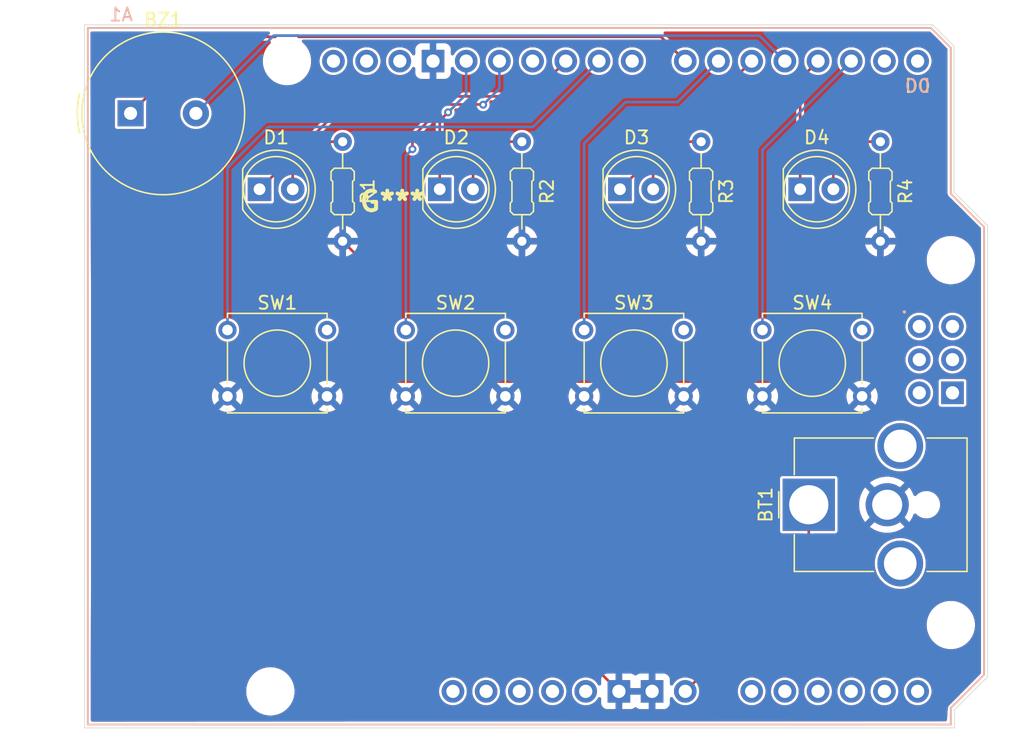
<source format=kicad_pcb>
(kicad_pcb (version 20241229) (generator "pcbnew") (generator_version "9.0")
  (layers (0 "F.Cu" signal) (2 "B.Cu" signal) (13 "F.Paste" user) (15 "B.Paste" user) (5 "F.SilkS" user "F.Silkscreen") (7 "B.SilkS" user "B.Silkscreen") (1 "F.Mask" user) (3 "B.Mask" user) (25 "Edge.Cuts" user))
  (net 0 "")
  (net 1 "GND")
  (net 4 "GRNBTN")
  (net 5 "REDLED")
  (net 7 "REDBTN")
  (net 8 "YLWBTN")
  (net 10 "BLULED")
  (net 11 "+5V")
  (net 13 "BLUBTN")
  (net 19 "Net-(BZ1-+)")
  (net 28 "Net-(BZ1--)")
  (net 32 "GRNLED")
  (net 33 "YLWLED")
  (net 35 "Net-(D1-A)")
  (net 36 "Net-(D2-A)")
  (net 37 "Net-(D3-A)")
  (net 38 "Net-(D4-A)")
  (net 39 "Net-(BT1-+)")
  (footprint "LED_THT:LED_D5.0mm" (layer "F.Cu") (at 172.154174 90.228828)
    (property "Reference" "D4" (at 1.27 -3.96 0) (layer "F.SilkS"))
    (property "Value" "GREEN")
    (fp_line (start -1.29 -1.545) (end -1.29 1.545) (stroke (width 0.12)) (layer "F.SilkS") (net 12))
    (fp_arc (start -1.29 -1.54483) (mid 2.071756 -2.880501) (end 4.26 -0.000048) (stroke (width 0.12)) (layer "F.SilkS") (net 12))
    (fp_arc (start 4.26 0.000048) (mid 2.071756 2.880501) (end -1.29 1.54483) (stroke (width 0.12)) (layer "F.SilkS") (net 12))
    (fp_circle (center 1.27 0) (end 3.77 0) (stroke (width 0.12)) (fill no) (layer "F.SilkS") (net 12))
    (pad "1" thru_hole rect (at 0 0) (size 1.8 1.8) (drill 0.9) (layers "*.Cu" "*.Mask") (net 32 "GRNLED"))
    (pad "2" thru_hole circle (at 2.54 0) (size 1.8 1.8) (drill 0.9) (layers "*.Cu" "*.Mask") (net 38 "Net-(D4-A)"))
  )
  (footprint "LED_THT:LED_D5.0mm" (layer "F.Cu") (at 158.364174 90.228828)
    (property "Reference" "D3" (at 1.27 -3.96 0) (layer "F.SilkS"))
    (property "Value" "YELLOW")
    (fp_line (start -1.29 -1.545) (end -1.29 1.545) (stroke (width 0.12)) (layer "F.SilkS") (net 12))
    (fp_arc (start -1.29 -1.54483) (mid 2.071756 -2.880501) (end 4.26 -0.000048) (stroke (width 0.12)) (layer "F.SilkS") (net 12))
    (fp_arc (start 4.26 0.000048) (mid 2.071756 2.880501) (end -1.29 1.54483) (stroke (width 0.12)) (layer "F.SilkS") (net 12))
    (fp_circle (center 1.27 0) (end 3.77 0) (stroke (width 0.12)) (fill no) (layer "F.SilkS") (net 12))
    (pad "1" thru_hole rect (at 0 0) (size 1.8 1.8) (drill 0.9) (layers "*.Cu" "*.Mask") (net 33 "YLWLED"))
    (pad "2" thru_hole circle (at 2.54 0) (size 1.8 1.8) (drill 0.9) (layers "*.Cu" "*.Mask") (net 37 "Net-(D3-A)"))
  )
  (footprint "LOGO" (layer "F.Cu") (at 127.434174 120.568828)
    (property "Reference" "G***" (hide yes))
    (property "Value" "LOGO" (hide yes))
  )
  (footprint "LED_THT:LED_D5.0mm" (layer "F.Cu") (at 130.784174 90.228828)
    (property "Reference" "D1" (at 1.27 -3.96 0) (layer "F.SilkS"))
    (property "Value" "RED")
    (fp_line (start -1.29 -1.545) (end -1.29 1.545) (stroke (width 0.12)) (layer "F.SilkS") (net 12))
    (fp_arc (start -1.29 -1.54483) (mid 2.071756 -2.880501) (end 4.26 -0.000048) (stroke (width 0.12)) (layer "F.SilkS") (net 12))
    (fp_arc (start 4.26 0.000048) (mid 2.071756 2.880501) (end -1.29 1.54483) (stroke (width 0.12)) (layer "F.SilkS") (net 12))
    (fp_circle (center 1.27 0) (end 3.77 0) (stroke (width 0.12)) (fill no) (layer "F.SilkS") (net 12))
    (pad "1" thru_hole rect (at 0 0) (size 1.8 1.8) (drill 0.9) (layers "*.Cu" "*.Mask") (net 5 "REDLED"))
    (pad "2" thru_hole circle (at 2.54 0) (size 1.8 1.8) (drill 0.9) (layers "*.Cu" "*.Mask") (net 35 "Net-(D1-A)"))
  )
  (footprint "PCM_arduino-library:Arduino_Uno_R3_Shield" (layer "F.Cu") (at 117.644174 131.218828)
    (property "Reference" "A1" (at 2.54 -54.356 0) (layer "B.SilkS") (effects (justify mirror)))
    (property "Value" "Arduino_Uno_R3_Shield")
    (fp_line (start 0 -53.34) (end 0 0) (stroke (width 0.15)) (layer "B.SilkS") (net 12))
    (fp_line (start 0 -53.34) (end 64.516 -53.34) (stroke (width 0.15)) (layer "B.SilkS") (net 12))
    (fp_line (start 0 0) (end 66.04 0) (stroke (width 0.15)) (layer "B.SilkS") (net 12))
    (fp_line (start 64.516 -53.34) (end 66.04 -51.816) (stroke (width 0.15)) (layer "B.SilkS") (net 12))
    (fp_line (start 66.04 -40.64) (end 66.04 -51.816) (stroke (width 0.15)) (layer "B.SilkS") (net 12))
    (fp_line (start 66.04 -1.27) (end 68.58 -3.81) (stroke (width 0.15)) (layer "B.SilkS") (net 12))
    (fp_line (start 66.04 0) (end 66.04 -1.27) (stroke (width 0.15)) (layer "B.SilkS") (net 12))
    (fp_line (start 68.58 -38.1) (end 66.04 -40.64) (stroke (width 0.15)) (layer "B.SilkS") (net 12))
    (fp_line (start 68.58 -3.81) (end 68.58 -38.1) (stroke (width 0.15)) (layer "B.SilkS") (net 12))
    (fp_text user "." (at 62.484 -32.004 0) (layer "F.SilkS"))
    (fp_text user "D0" (at 63.5 -48.895 0) (layer "F.SilkS"))
    (fp_text user "." (at 62.484 -32.004 0) (layer "B.SilkS"))
    (fp_text user "D0" (at 63.5 -48.895 0) (layer "B.SilkS") (effects (justify mirror)))
    (pad "" np_thru_hole circle (at 13.97 -2.54) (size 3.2 3.2) (drill 3.2) (layers "*.Cu" "*.Mask"))
    (pad "" np_thru_hole circle (at 15.24 -50.8) (size 3.2 3.2) (drill 3.2) (layers "*.Cu" "*.Mask"))
    (pad "" thru_hole oval (at 27.94 -2.54) (size 1.7272 1.7272) (drill 1.016) (layers "*.Cu" "*.Mask"))
    (pad "" np_thru_hole circle (at 66.04 -35.56) (size 3.2 3.2) (drill 3.2) (layers "*.Cu" "*.Mask"))
    (pad "" np_thru_hole circle (at 66.04 -7.62) (size 3.2 3.2) (drill 3.2) (layers "*.Cu" "*.Mask"))
    (pad "3V3" thru_hole oval (at 35.56 -2.54) (size 1.7272 1.7272) (drill 1.016) (layers "*.Cu" "*.Mask"))
    (pad "5V1" thru_hole oval (at 38.1 -2.54) (size 1.7272 1.7272) (drill 1.016) (layers "*.Cu" "*.Mask") (net 11 "+5V"))
    (pad "5V2" thru_hole oval (at 66.167 -30.48) (size 1.7272 1.7272) (drill 1.016) (layers "*.Cu" "*.Mask"))
    (pad "A0" thru_hole oval (at 50.8 -2.54) (size 1.7272 1.7272) (drill 1.016) (layers "*.Cu" "*.Mask"))
    (pad "A1" thru_hole oval (at 53.34 -2.54) (size 1.7272 1.7272) (drill 1.016) (layers "*.Cu" "*.Mask"))
    (pad "A2" thru_hole oval (at 55.88 -2.54) (size 1.7272 1.7272) (drill 1.016) (layers "*.Cu" "*.Mask"))
    (pad "A3" thru_hole oval (at 58.42 -2.54) (size 1.7272 1.7272) (drill 1.016) (layers "*.Cu" "*.Mask"))
    (pad "A4" thru_hole oval (at 60.96 -2.54) (size 1.7272 1.7272) (drill 1.016) (layers "*.Cu" "*.Mask"))
    (pad "A5" thru_hole oval (at 63.5 -2.54) (size 1.7272 1.7272) (drill 1.016) (layers "*.Cu" "*.Mask"))
    (pad "AREF" thru_hole oval (at 23.876 -50.8) (size 1.7272 1.7272) (drill 1.016) (layers "*.Cu" "*.Mask"))
    (pad "D0" thru_hole oval (at 63.5 -50.8) (size 1.7272 1.7272) (drill 1.016) (layers "*.Cu" "*.Mask"))
    (pad "D1" thru_hole oval (at 60.96 -50.8) (size 1.7272 1.7272) (drill 1.016) (layers "*.Cu" "*.Mask"))
    (pad "D2" thru_hole oval (at 58.42 -50.8) (size 1.7272 1.7272) (drill 1.016) (layers "*.Cu" "*.Mask") (net 4 "GRNBTN"))
    (pad "D3" thru_hole oval (at 55.88 -50.8) (size 1.7272 1.7272) (drill 1.016) (layers "*.Cu" "*.Mask") (net 32 "GRNLED"))
    (pad "D4" thru_hole oval (at 53.34 -50.8) (size 1.7272 1.7272) (drill 1.016) (layers "*.Cu" "*.Mask") (net 28 "Net-(BZ1--)"))
    (pad "D5" thru_hole oval (at 50.8 -50.8) (size 1.7272 1.7272) (drill 1.016) (layers "*.Cu" "*.Mask") (net 33 "YLWLED"))
    (pad "D6" thru_hole oval (at 48.26 -50.8) (size 1.7272 1.7272) (drill 1.016) (layers "*.Cu" "*.Mask") (net 8 "YLWBTN"))
    (pad "D7" thru_hole oval (at 45.72 -50.8) (size 1.7272 1.7272) (drill 1.016) (layers "*.Cu" "*.Mask") (net 19 "Net-(BZ1-+)"))
    (pad "D8" thru_hole oval (at 41.656 -50.8) (size 1.7272 1.7272) (drill 1.016) (layers "*.Cu" "*.Mask"))
    (pad "D9" thru_hole oval (at 39.116 -50.8) (size 1.7272 1.7272) (drill 1.016) (layers "*.Cu" "*.Mask") (net 7 "REDBTN"))
    (pad "D10" thru_hole oval (at 36.576 -50.8) (size 1.7272 1.7272) (drill 1.016) (layers "*.Cu" "*.Mask") (net 5 "REDLED"))
    (pad "D11" thru_hole oval (at 34.036 -50.8) (size 1.7272 1.7272) (drill 1.016) (layers "*.Cu" "*.Mask"))
    (pad "D12" thru_hole oval (at 31.496 -50.8) (size 1.7272 1.7272) (drill 1.016) (layers "*.Cu" "*.Mask") (net 13 "BLUBTN"))
    (pad "D13" thru_hole oval (at 28.956 -50.8) (size 1.7272 1.7272) (drill 1.016) (layers "*.Cu" "*.Mask") (net 10 "BLULED"))
    (pad "GND1" thru_hole rect (at 26.416 -50.8) (size 1.7272 1.7272) (drill 1.016) (layers "*.Cu" "*.Mask") (net 1 "GND"))
    (pad "GND2" thru_hole rect (at 40.64 -2.54) (size 1.7272 1.7272) (drill 1.016) (layers "*.Cu" "*.Mask") (net 1 "GND"))
    (pad "GND3" thru_hole rect (at 43.18 -2.54) (size 1.7272 1.7272) (drill 1.016) (layers "*.Cu" "*.Mask") (net 1 "GND"))
    (pad "GND4" thru_hole rect (at 66.167 -25.4) (size 1.7272 1.7272) (drill 1.016) (layers "*.Cu" "*.Mask"))
    (pad "IORF" thru_hole oval (at 30.48 -2.54) (size 1.7272 1.7272) (drill 1.016) (layers "*.Cu" "*.Mask"))
    (pad "MISO" thru_hole oval (at 63.627 -30.48) (size 1.7272 1.7272) (drill 1.016) (layers "*.Cu" "*.Mask"))
    (pad "MOSI" thru_hole oval (at 66.167 -27.94) (size 1.7272 1.7272) (drill 1.016) (layers "*.Cu" "*.Mask"))
    (pad "RST1" thru_hole oval (at 33.02 -2.54) (size 1.7272 1.7272) (drill 1.016) (layers "*.Cu" "*.Mask"))
    (pad "RST2" thru_hole oval (at 63.627 -25.4) (size 1.7272 1.7272) (drill 1.016) (layers "*.Cu" "*.Mask"))
    (pad "SCK" thru_hole oval (at 63.627 -27.94) (size 1.7272 1.7272) (drill 1.016) (layers "*.Cu" "*.Mask"))
    (pad "SCL" thru_hole oval (at 18.796 -50.8) (size 1.7272 1.7272) (drill 1.016) (layers "*.Cu" "*.Mask"))
    (pad "SDA" thru_hole oval (at 21.336 -50.8) (size 1.7272 1.7272) (drill 1.016) (layers "*.Cu" "*.Mask"))
    (pad "VIN" thru_hole oval (at 45.72 -2.54) (size 1.7272 1.7272) (drill 1.016) (layers "*.Cu" "*.Mask") (net 39 "Net-(BT1-+)"))
  )
  (footprint "Button_Switch_THT:SW_Tactile_Straight_KSL0Axx1LFTR" (layer "F.Cu") (at 155.624174 101.008828)
    (property "Reference" "SW3" (at 3.81 -2.08 0) (layer "F.SilkS"))
    (property "Value" "YELLOW")
    (fp_line (start 0 -1.27) (end 0 -0.97) (stroke (width 0.12)) (layer "F.SilkS") (net 12))
    (fp_line (start 0 -1.27) (end 7.62 -1.27) (stroke (width 0.12)) (layer "F.SilkS") (net 12))
    (fp_line (start 0 0.97) (end 0 4.11) (stroke (width 0.12)) (layer "F.SilkS") (net 12))
    (fp_line (start 0 6.05) (end 0 6.35) (stroke (width 0.12)) (layer "F.SilkS") (net 12))
    (fp_line (start 7.62 -1.27) (end 7.62 -0.97) (stroke (width 0.12)) (layer "F.SilkS") (net 12))
    (fp_line (start 7.62 0.97) (end 7.62 4.11) (stroke (width 0.12)) (layer "F.SilkS") (net 12))
    (fp_line (start 7.62 6.05) (end 7.62 6.35) (stroke (width 0.12)) (layer "F.SilkS") (net 12))
    (fp_line (start 7.62 6.35) (end 0 6.35) (stroke (width 0.12)) (layer "F.SilkS") (net 12))
    (fp_circle (center 3.81 2.54) (end 3.81 0) (stroke (width 0.12)) (fill no) (layer "F.SilkS") (net 12))
    (pad "1" thru_hole circle (at 0 0) (size 1.397 1.397) (drill 0.8128) (layers "*.Cu" "*.Mask") (net 8 "YLWBTN"))
    (pad "1" thru_hole circle (at 7.62 0) (size 1.397 1.397) (drill 0.8128) (layers "*.Cu" "*.Mask") (net 8 "YLWBTN"))
    (pad "2" thru_hole circle (at 0 5.08) (size 1.397 1.397) (drill 0.8128) (layers "*.Cu" "*.Mask") (net 1 "GND"))
    (pad "2" thru_hole circle (at 7.62 5.08) (size 1.397 1.397) (drill 0.8128) (layers "*.Cu" "*.Mask") (net 1 "GND"))
  )
  (footprint "LED_THT:LED_D5.0mm" (layer "F.Cu") (at 144.574174 90.228828)
    (property "Reference" "D2" (at 1.27 -3.96 0) (layer "F.SilkS"))
    (property "Value" "BLUE")
    (fp_line (start -1.29 -1.545) (end -1.29 1.545) (stroke (width 0.12)) (layer "F.SilkS") (net 12))
    (fp_arc (start -1.29 -1.54483) (mid 2.071756 -2.880501) (end 4.26 -0.000048) (stroke (width 0.12)) (layer "F.SilkS") (net 12))
    (fp_arc (start 4.26 0.000048) (mid 2.071756 2.880501) (end -1.29 1.54483) (stroke (width 0.12)) (layer "F.SilkS") (net 12))
    (fp_circle (center 1.27 0) (end 3.77 0) (stroke (width 0.12)) (fill no) (layer "F.SilkS") (net 12))
    (pad "1" thru_hole rect (at 0 0) (size 1.8 1.8) (drill 0.9) (layers "*.Cu" "*.Mask") (net 10 "BLULED"))
    (pad "2" thru_hole circle (at 2.54 0) (size 1.8 1.8) (drill 0.9) (layers "*.Cu" "*.Mask") (net 36 "Net-(D2-A)"))
  )
  (footprint "Button_Switch_THT:SW_Tactile_Straight_KSL0Axx1LFTR" (layer "F.Cu") (at 128.330841 101.008828)
    (property "Reference" "SW1" (at 3.81 -2.08 0) (layer "F.SilkS"))
    (property "Value" "RED")
    (fp_line (start 0 -1.27) (end 0 -0.97) (stroke (width 0.12)) (layer "F.SilkS") (net 12))
    (fp_line (start 0 -1.27) (end 7.62 -1.27) (stroke (width 0.12)) (layer "F.SilkS") (net 12))
    (fp_line (start 0 0.97) (end 0 4.11) (stroke (width 0.12)) (layer "F.SilkS") (net 12))
    (fp_line (start 0 6.05) (end 0 6.35) (stroke (width 0.12)) (layer "F.SilkS") (net 12))
    (fp_line (start 7.62 -1.27) (end 7.62 -0.97) (stroke (width 0.12)) (layer "F.SilkS") (net 12))
    (fp_line (start 7.62 0.97) (end 7.62 4.11) (stroke (width 0.12)) (layer "F.SilkS") (net 12))
    (fp_line (start 7.62 6.05) (end 7.62 6.35) (stroke (width 0.12)) (layer "F.SilkS") (net 12))
    (fp_line (start 7.62 6.35) (end 0 6.35) (stroke (width 0.12)) (layer "F.SilkS") (net 12))
    (fp_circle (center 3.81 2.54) (end 3.81 0) (stroke (width 0.12)) (fill no) (layer "F.SilkS") (net 12))
    (pad "1" thru_hole circle (at 0 0) (size 1.397 1.397) (drill 0.8128) (layers "*.Cu" "*.Mask") (net 7 "REDBTN"))
    (pad "1" thru_hole circle (at 7.62 0) (size 1.397 1.397) (drill 0.8128) (layers "*.Cu" "*.Mask") (net 7 "REDBTN"))
    (pad "2" thru_hole circle (at 0 5.08) (size 1.397 1.397) (drill 0.8128) (layers "*.Cu" "*.Mask") (net 1 "GND"))
    (pad "2" thru_hole circle (at 7.62 5.08) (size 1.397 1.397) (drill 0.8128) (layers "*.Cu" "*.Mask") (net 1 "GND"))
  )
  (footprint "Connector_BarrelJack:BarrelJack_CUI_PJ-063AH_Horizontal_CircularHoles" (layer "F.Cu") (at 172.814174 114.388828 90)
    (property "Reference" "BT1" (at 0 -3.3 90) (layer "F.SilkS"))
    (property "Value" "Battery")
    (fp_line (start -1 -2.3) (end 1 -2.3) (stroke (width 0.12)) (layer "F.SilkS") (net 12))
    (fp_line (start 5.11 -1.11) (end 5.11 4.95) (stroke (width 0.12)) (layer "F.SilkS") (net 12))
    (fp_line (start 2.3 -1.11) (end 5.11 -1.11) (stroke (width 0.12)) (layer "F.SilkS") (net 12))
    (fp_line (start -5.11 -1.11) (end -2.3 -1.11) (stroke (width 0.12)) (layer "F.SilkS") (net 12))
    (fp_line (start -5.11 4.95) (end -5.11 -1.11) (stroke (width 0.12)) (layer "F.SilkS") (net 12))
    (fp_line (start 5.11 9.05) (end 5.11 12.11) (stroke (width 0.12)) (layer "F.SilkS") (net 12))
    (fp_line (start 5.11 12.11) (end -5.11 12.11) (stroke (width 0.12)) (layer "F.SilkS") (net 12))
    (fp_line (start -5.11 12.11) (end -5.11 9.05) (stroke (width 0.12)) (layer "F.SilkS") (net 12))
    (pad "" np_thru_hole circle (at 0 9 90) (size 1.6 1.6) (drill 1.6) (layers "*.Cu" "*.Mask"))
    (pad "1" thru_hole rect (at 0 0 90) (size 4 4) (drill 3) (layers "*.Cu" "*.Mask") (net 39 "Net-(BT1-+)"))
    (pad "2" thru_hole circle (at 0 6 90) (size 3.3 3.3) (drill 2.3) (layers "*.Cu" "*.Mask") (net 1 "GND"))
    (pad "MP" thru_hole circle (at -4.5 7 90) (size 3.5 3.5) (drill 2.5) (layers "*.Cu" "*.Mask"))
    (pad "MP" thru_hole circle (at 4.5 7 90) (size 3.5 3.5) (drill 2.5) (layers "*.Cu" "*.Mask"))
  )
  (footprint "PCM_Resistor_THT_AKL:R_Axial_DIN0204_L3.6mm_D1.6mm_P7.62mm_Horizontal" (layer "F.Cu") (at 137.144174 86.588828 -90)
    (property "Reference" "R1" (at 3.81 -1.92 90) (layer "F.SilkS"))
    (property "Value" "R" (hide yes))
    (fp_line (start 2.286 0.889) (end 2.921 0.889) (stroke (width 0.12)) (layer "F.SilkS") (net 12))
    (fp_line (start 2.921 0.889) (end 3.048 0.762) (stroke (width 0.12)) (layer "F.SilkS") (net 12))
    (fp_line (start 4.699 0.889) (end 4.572 0.762) (stroke (width 0.12)) (layer "F.SilkS") (net 12))
    (fp_line (start 5.334 0.889) (end 4.699 0.889) (stroke (width 0.12)) (layer "F.SilkS") (net 12))
    (fp_line (start 3.048 0.762) (end 3.81 0.762) (stroke (width 0.12)) (layer "F.SilkS") (net 12))
    (fp_line (start 4.572 0.762) (end 3.81 0.762) (stroke (width 0.12)) (layer "F.SilkS") (net 12))
    (fp_line (start 2.032 0.635) (end 2.286 0.889) (stroke (width 0.12)) (layer "F.SilkS") (net 12))
    (fp_line (start 2.032 0.635) (end 2.032 -0.635) (stroke (width 0.12)) (layer "F.SilkS") (net 12))
    (fp_line (start 5.588 0.635) (end 5.334 0.889) (stroke (width 0.12)) (layer "F.SilkS") (net 12))
    (fp_line (start 0.94 0) (end 1.89 0) (stroke (width 0.12)) (layer "F.SilkS") (net 12))
    (fp_line (start 1.89 0) (end 2.032 0) (stroke (width 0.12)) (layer "F.SilkS") (net 12))
    (fp_line (start 5.715 0) (end 5.588 0) (stroke (width 0.12)) (layer "F.SilkS") (net 12))
    (fp_line (start 6.68 0) (end 5.73 0) (stroke (width 0.12)) (layer "F.SilkS") (net 12))
    (fp_line (start 2.032 -0.635) (end 2.286 -0.889) (stroke (width 0.12)) (layer "F.SilkS") (net 12))
    (fp_line (start 5.588 -0.635) (end 5.588 0.635) (stroke (width 0.12)) (layer "F.SilkS") (net 12))
    (fp_line (start 5.588 -0.635) (end 5.334 -0.889) (stroke (width 0.12)) (layer "F.SilkS") (net 12))
    (fp_line (start 3.048 -0.762) (end 3.81 -0.762) (stroke (width 0.12)) (layer "F.SilkS") (net 12))
    (fp_line (start 4.572 -0.762) (end 3.81 -0.762) (stroke (width 0.12)) (layer "F.SilkS") (net 12))
    (fp_line (start 2.286 -0.889) (end 2.921 -0.889) (stroke (width 0.12)) (layer "F.SilkS") (net 12))
    (fp_line (start 2.921 -0.889) (end 3.048 -0.762) (stroke (width 0.12)) (layer "F.SilkS") (net 12))
    (fp_line (start 4.699 -0.889) (end 4.572 -0.762) (stroke (width 0.12)) (layer "F.SilkS") (net 12))
    (fp_line (start 5.334 -0.889) (end 4.699 -0.889) (stroke (width 0.12)) (layer "F.SilkS") (net 12))
    (pad "1" thru_hole circle (at 0 0 270) (size 1.4 1.4) (drill 0.7) (layers "*.Cu" "*.Mask") (net 35 "Net-(D1-A)"))
    (pad "2" thru_hole oval (at 7.62 0 270) (size 1.4 1.4) (drill 0.7) (layers "*.Cu" "*.Mask") (net 1 "GND"))
  )
  (footprint "Buzzer_Beeper:Buzzer_TDK_PS1240P02BT_D12.2mm_H6.5mm" (layer "F.Cu") (at 120.914174 84.418828)
    (property "Reference" "BZ1" (at 2.5 -7.17 0) (layer "F.SilkS"))
    (property "Value" "Buzzer")
    (fp_arc (start -3.9 1.499999) (mid -4.073431 0) (end -3.9 -1.5) (stroke (width 0.12)) (layer "F.SilkS") (net 12))
    (fp_circle (center 2.5 0) (end 8.73 0) (stroke (width 0.12)) (fill no) (layer "F.SilkS") (net 12))
    (pad "1" thru_hole rect (at 0 0) (size 2 2) (drill 1) (layers "*.Cu" "*.Mask") (net 19 "Net-(BZ1-+)"))
    (pad "2" thru_hole circle (at 5 0) (size 2 2) (drill 1) (layers "*.Cu" "*.Mask") (net 28 "Net-(BZ1--)"))
  )
  (footprint "Button_Switch_THT:SW_Tactile_Straight_KSL0Axx1LFTR" (layer "F.Cu") (at 141.977508 101.008828)
    (property "Reference" "SW2" (at 3.81 -2.08 0) (layer "F.SilkS"))
    (property "Value" "BLUE")
    (fp_line (start 0 -1.27) (end 0 -0.97) (stroke (width 0.12)) (layer "F.SilkS") (net 12))
    (fp_line (start 0 -1.27) (end 7.62 -1.27) (stroke (width 0.12)) (layer "F.SilkS") (net 12))
    (fp_line (start 0 0.97) (end 0 4.11) (stroke (width 0.12)) (layer "F.SilkS") (net 12))
    (fp_line (start 0 6.05) (end 0 6.35) (stroke (width 0.12)) (layer "F.SilkS") (net 12))
    (fp_line (start 7.62 -1.27) (end 7.62 -0.97) (stroke (width 0.12)) (layer "F.SilkS") (net 12))
    (fp_line (start 7.62 0.97) (end 7.62 4.11) (stroke (width 0.12)) (layer "F.SilkS") (net 12))
    (fp_line (start 7.62 6.05) (end 7.62 6.35) (stroke (width 0.12)) (layer "F.SilkS") (net 12))
    (fp_line (start 7.62 6.35) (end 0 6.35) (stroke (width 0.12)) (layer "F.SilkS") (net 12))
    (fp_circle (center 3.81 2.54) (end 3.81 0) (stroke (width 0.12)) (fill no) (layer "F.SilkS") (net 12))
    (pad "1" thru_hole circle (at 0 0) (size 1.397 1.397) (drill 0.8128) (layers "*.Cu" "*.Mask") (net 13 "BLUBTN"))
    (pad "1" thru_hole circle (at 7.62 0) (size 1.397 1.397) (drill 0.8128) (layers "*.Cu" "*.Mask") (net 13 "BLUBTN"))
    (pad "2" thru_hole circle (at 0 5.08) (size 1.397 1.397) (drill 0.8128) (layers "*.Cu" "*.Mask") (net 1 "GND"))
    (pad "2" thru_hole circle (at 7.62 5.08) (size 1.397 1.397) (drill 0.8128) (layers "*.Cu" "*.Mask") (net 1 "GND"))
  )
  (footprint "LOGO" (layer "F.Cu") (at 145.934174 116.558828)
    (property "Reference" "G***" (hide yes))
    (property "Value" "LOGO" (hide yes))
  )
  (footprint "PCM_Resistor_THT_AKL:R_Axial_DIN0204_L3.6mm_D1.6mm_P7.62mm_Horizontal" (layer "F.Cu") (at 178.294174 86.588828 -90)
    (property "Reference" "R4" (at 3.81 -1.92 90) (layer "F.SilkS"))
    (property "Value" "R" (hide yes))
    (fp_line (start 2.286 0.889) (end 2.921 0.889) (stroke (width 0.12)) (layer "F.SilkS") (net 12))
    (fp_line (start 2.921 0.889) (end 3.048 0.762) (stroke (width 0.12)) (layer "F.SilkS") (net 12))
    (fp_line (start 4.699 0.889) (end 4.572 0.762) (stroke (width 0.12)) (layer "F.SilkS") (net 12))
    (fp_line (start 5.334 0.889) (end 4.699 0.889) (stroke (width 0.12)) (layer "F.SilkS") (net 12))
    (fp_line (start 3.048 0.762) (end 3.81 0.762) (stroke (width 0.12)) (layer "F.SilkS") (net 12))
    (fp_line (start 4.572 0.762) (end 3.81 0.762) (stroke (width 0.12)) (layer "F.SilkS") (net 12))
    (fp_line (start 2.032 0.635) (end 2.286 0.889) (stroke (width 0.12)) (layer "F.SilkS") (net 12))
    (fp_line (start 2.032 0.635) (end 2.032 -0.635) (stroke (width 0.12)) (layer "F.SilkS") (net 12))
    (fp_line (start 5.588 0.635) (end 5.334 0.889) (stroke (width 0.12)) (layer "F.SilkS") (net 12))
    (fp_line (start 0.94 0) (end 1.89 0) (stroke (width 0.12)) (layer "F.SilkS") (net 12))
    (fp_line (start 1.89 0) (end 2.032 0) (stroke (width 0.12)) (layer "F.SilkS") (net 12))
    (fp_line (start 5.715 0) (end 5.588 0) (stroke (width 0.12)) (layer "F.SilkS") (net 12))
    (fp_line (start 6.68 0) (end 5.73 0) (stroke (width 0.12)) (layer "F.SilkS") (net 12))
    (fp_line (start 2.032 -0.635) (end 2.286 -0.889) (stroke (width 0.12)) (layer "F.SilkS") (net 12))
    (fp_line (start 5.588 -0.635) (end 5.588 0.635) (stroke (width 0.12)) (layer "F.SilkS") (net 12))
    (fp_line (start 5.588 -0.635) (end 5.334 -0.889) (stroke (width 0.12)) (layer "F.SilkS") (net 12))
    (fp_line (start 3.048 -0.762) (end 3.81 -0.762) (stroke (width 0.12)) (layer "F.SilkS") (net 12))
    (fp_line (start 4.572 -0.762) (end 3.81 -0.762) (stroke (width 0.12)) (layer "F.SilkS") (net 12))
    (fp_line (start 2.286 -0.889) (end 2.921 -0.889) (stroke (width 0.12)) (layer "F.SilkS") (net 12))
    (fp_line (start 2.921 -0.889) (end 3.048 -0.762) (stroke (width 0.12)) (layer "F.SilkS") (net 12))
    (fp_line (start 4.699 -0.889) (end 4.572 -0.762) (stroke (width 0.12)) (layer "F.SilkS") (net 12))
    (fp_line (start 5.334 -0.889) (end 4.699 -0.889) (stroke (width 0.12)) (layer "F.SilkS") (net 12))
    (pad "1" thru_hole circle (at 0 0 270) (size 1.4 1.4) (drill 0.7) (layers "*.Cu" "*.Mask") (net 38 "Net-(D4-A)"))
    (pad "2" thru_hole oval (at 7.62 0 270) (size 1.4 1.4) (drill 0.7) (layers "*.Cu" "*.Mask") (net 1 "GND"))
  )
  (footprint "LOGO" (layer "F.Cu") (at 162.294174 115.598828)
    (property "Reference" "G***" (hide yes))
    (property "Value" "LOGO" (hide yes))
  )
  (footprint "PCM_Resistor_THT_AKL:R_Axial_DIN0204_L3.6mm_D1.6mm_P7.62mm_Horizontal" (layer "F.Cu") (at 150.860841 86.588828 -90)
    (property "Reference" "R2" (at 3.81 -1.92 90) (layer "F.SilkS"))
    (property "Value" "R" (hide yes))
    (fp_line (start 2.286 0.889) (end 2.921 0.889) (stroke (width 0.12)) (layer "F.SilkS") (net 12))
    (fp_line (start 2.921 0.889) (end 3.048 0.762) (stroke (width 0.12)) (layer "F.SilkS") (net 12))
    (fp_line (start 4.699 0.889) (end 4.572 0.762) (stroke (width 0.12)) (layer "F.SilkS") (net 12))
    (fp_line (start 5.334 0.889) (end 4.699 0.889) (stroke (width 0.12)) (layer "F.SilkS") (net 12))
    (fp_line (start 3.048 0.762) (end 3.81 0.762) (stroke (width 0.12)) (layer "F.SilkS") (net 12))
    (fp_line (start 4.572 0.762) (end 3.81 0.762) (stroke (width 0.12)) (layer "F.SilkS") (net 12))
    (fp_line (start 2.032 0.635) (end 2.286 0.889) (stroke (width 0.12)) (layer "F.SilkS") (net 12))
    (fp_line (start 2.032 0.635) (end 2.032 -0.635) (stroke (width 0.12)) (layer "F.SilkS") (net 12))
    (fp_line (start 5.588 0.635) (end 5.334 0.889) (stroke (width 0.12)) (layer "F.SilkS") (net 12))
    (fp_line (start 0.94 0) (end 1.89 0) (stroke (width 0.12)) (layer "F.SilkS") (net 12))
    (fp_line (start 1.89 0) (end 2.032 0) (stroke (width 0.12)) (layer "F.SilkS") (net 12))
    (fp_line (start 5.715 0) (end 5.588 0) (stroke (width 0.12)) (layer "F.SilkS") (net 12))
    (fp_line (start 6.68 0) (end 5.73 0) (stroke (width 0.12)) (layer "F.SilkS") (net 12))
    (fp_line (start 2.032 -0.635) (end 2.286 -0.889) (stroke (width 0.12)) (layer "F.SilkS") (net 12))
    (fp_line (start 5.588 -0.635) (end 5.588 0.635) (stroke (width 0.12)) (layer "F.SilkS") (net 12))
    (fp_line (start 5.588 -0.635) (end 5.334 -0.889) (stroke (width 0.12)) (layer "F.SilkS") (net 12))
    (fp_line (start 3.048 -0.762) (end 3.81 -0.762) (stroke (width 0.12)) (layer "F.SilkS") (net 12))
    (fp_line (start 4.572 -0.762) (end 3.81 -0.762) (stroke (width 0.12)) (layer "F.SilkS") (net 12))
    (fp_line (start 2.286 -0.889) (end 2.921 -0.889) (stroke (width 0.12)) (layer "F.SilkS") (net 12))
    (fp_line (start 2.921 -0.889) (end 3.048 -0.762) (stroke (width 0.12)) (layer "F.SilkS") (net 12))
    (fp_line (start 4.699 -0.889) (end 4.572 -0.762) (stroke (width 0.12)) (layer "F.SilkS") (net 12))
    (fp_line (start 5.334 -0.889) (end 4.699 -0.889) (stroke (width 0.12)) (layer "F.SilkS") (net 12))
    (pad "1" thru_hole circle (at 0 0 270) (size 1.4 1.4) (drill 0.7) (layers "*.Cu" "*.Mask") (net 36 "Net-(D2-A)"))
    (pad "2" thru_hole oval (at 7.62 0 270) (size 1.4 1.4) (drill 0.7) (layers "*.Cu" "*.Mask") (net 1 "GND"))
  )
  (footprint "LOGO" (layer "F.Cu") (at 140.954174 91.158828)
    (property "Reference" "G***" (at 0 0 0) (layer "F.SilkS") (effects (font (size 1.5 1.5) (thickness 0.3))))
    (property "Value" "LOGO" (hide yes))
  )
  (footprint "LOGO" (layer "F.Cu") (at 144.144174 125.478828)
    (property "Reference" "G***" (hide yes))
    (property "Value" "LOGO" (hide yes))
  )
  (footprint "LOGO" (layer "F.Cu") (at 122.724174 101.678828)
    (property "Reference" "G***" (hide yes))
    (property "Value" "LOGO" (hide yes))
  )
  (footprint "PCM_Resistor_THT_AKL:R_Axial_DIN0204_L3.6mm_D1.6mm_P7.62mm_Horizontal" (layer "F.Cu") (at 164.577507 86.588828 -90)
    (property "Reference" "R3" (at 3.81 -1.92 90) (layer "F.SilkS"))
    (property "Value" "R" (hide yes))
    (fp_line (start 2.286 0.889) (end 2.921 0.889) (stroke (width 0.12)) (layer "F.SilkS") (net 12))
    (fp_line (start 2.921 0.889) (end 3.048 0.762) (stroke (width 0.12)) (layer "F.SilkS") (net 12))
    (fp_line (start 4.699 0.889) (end 4.572 0.762) (stroke (width 0.12)) (layer "F.SilkS") (net 12))
    (fp_line (start 5.334 0.889) (end 4.699 0.889) (stroke (width 0.12)) (layer "F.SilkS") (net 12))
    (fp_line (start 3.048 0.762) (end 3.81 0.762) (stroke (width 0.12)) (layer "F.SilkS") (net 12))
    (fp_line (start 4.572 0.762) (end 3.81 0.762) (stroke (width 0.12)) (layer "F.SilkS") (net 12))
    (fp_line (start 2.032 0.635) (end 2.286 0.889) (stroke (width 0.12)) (layer "F.SilkS") (net 12))
    (fp_line (start 2.032 0.635) (end 2.032 -0.635) (stroke (width 0.12)) (layer "F.SilkS") (net 12))
    (fp_line (start 5.588 0.635) (end 5.334 0.889) (stroke (width 0.12)) (layer "F.SilkS") (net 12))
    (fp_line (start 0.94 0) (end 1.89 0) (stroke (width 0.12)) (layer "F.SilkS") (net 12))
    (fp_line (start 1.89 0) (end 2.032 0) (stroke (width 0.12)) (layer "F.SilkS") (net 12))
    (fp_line (start 5.715 0) (end 5.588 0) (stroke (width 0.12)) (layer "F.SilkS") (net 12))
    (fp_line (start 6.68 0) (end 5.73 0) (stroke (width 0.12)) (layer "F.SilkS") (net 12))
    (fp_line (start 2.032 -0.635) (end 2.286 -0.889) (stroke (width 0.12)) (layer "F.SilkS") (net 12))
    (fp_line (start 5.588 -0.635) (end 5.588 0.635) (stroke (width 0.12)) (layer "F.SilkS") (net 12))
    (fp_line (start 5.588 -0.635) (end 5.334 -0.889) (stroke (width 0.12)) (layer "F.SilkS") (net 12))
    (fp_line (start 3.048 -0.762) (end 3.81 -0.762) (stroke (width 0.12)) (layer "F.SilkS") (net 12))
    (fp_line (start 4.572 -0.762) (end 3.81 -0.762) (stroke (width 0.12)) (layer "F.SilkS") (net 12))
    (fp_line (start 2.286 -0.889) (end 2.921 -0.889) (stroke (width 0.12)) (layer "F.SilkS") (net 12))
    (fp_line (start 2.921 -0.889) (end 3.048 -0.762) (stroke (width 0.12)) (layer "F.SilkS") (net 12))
    (fp_line (start 4.699 -0.889) (end 4.572 -0.762) (stroke (width 0.12)) (layer "F.SilkS") (net 12))
    (fp_line (start 5.334 -0.889) (end 4.699 -0.889) (stroke (width 0.12)) (layer "F.SilkS") (net 12))
    (pad "1" thru_hole circle (at 0 0 270) (size 1.4 1.4) (drill 0.7) (layers "*.Cu" "*.Mask") (net 37 "Net-(D3-A)"))
    (pad "2" thru_hole oval (at 7.62 0 270) (size 1.4 1.4) (drill 0.7) (layers "*.Cu" "*.Mask") (net 1 "GND"))
  )
  (footprint "Button_Switch_THT:SW_Tactile_Straight_KSL0Axx1LFTR" (layer "F.Cu") (at 169.270841 101.008828)
    (property "Reference" "SW4" (at 3.81 -2.08 0) (layer "F.SilkS"))
    (property "Value" "GREEN")
    (fp_line (start 0 -1.27) (end 0 -0.97) (stroke (width 0.12)) (layer "F.SilkS") (net 12))
    (fp_line (start 0 -1.27) (end 7.62 -1.27) (stroke (width 0.12)) (layer "F.SilkS") (net 12))
    (fp_line (start 0 0.97) (end 0 4.11) (stroke (width 0.12)) (layer "F.SilkS") (net 12))
    (fp_line (start 0 6.05) (end 0 6.35) (stroke (width 0.12)) (layer "F.SilkS") (net 12))
    (fp_line (start 7.62 -1.27) (end 7.62 -0.97) (stroke (width 0.12)) (layer "F.SilkS") (net 12))
    (fp_line (start 7.62 0.97) (end 7.62 4.11) (stroke (width 0.12)) (layer "F.SilkS") (net 12))
    (fp_line (start 7.62 6.05) (end 7.62 6.35) (stroke (width 0.12)) (layer "F.SilkS") (net 12))
    (fp_line (start 7.62 6.35) (end 0 6.35) (stroke (width 0.12)) (layer "F.SilkS") (net 12))
    (fp_circle (center 3.81 2.54) (end 3.81 0) (stroke (width 0.12)) (fill no) (layer "F.SilkS") (net 12))
    (pad "1" thru_hole circle (at 0 0) (size 1.397 1.397) (drill 0.8128) (layers "*.Cu" "*.Mask") (net 4 "GRNBTN"))
    (pad "1" thru_hole circle (at 7.62 0) (size 1.397 1.397) (drill 0.8128) (layers "*.Cu" "*.Mask") (net 4 "GRNBTN"))
    (pad "2" thru_hole circle (at 0 5.08) (size 1.397 1.397) (drill 0.8128) (layers "*.Cu" "*.Mask") (net 1 "GND"))
    (pad "2" thru_hole circle (at 7.62 5.08) (size 1.397 1.397) (drill 0.8128) (layers "*.Cu" "*.Mask") (net 1 "GND"))
  )
  (footprint "LOGO" (layer "B.Cu") (at 122.544174 116.748828 180)
    (property "Reference" "G***" (hide yes))
    (property "Value" "LOGO" (hide yes))
  )
  (footprint "LOGO" (layer "B.Cu") (at 152.84 116.55 180)
    (property "Reference" "G***" (hide yes))
    (property "Value" "LOGO" (hide yes))
  )
  (footprint "LOGO" (layer "B.Cu") (at 123.254174 95.338828 180)
    (property "Reference" "G***" (hide yes))
    (property "Value" "LOGO" (hide yes))
  )
  (footprint "LOGO" (layer "B.Cu") (at 130.074174 119.178828 180)
    (property "Reference" "G***" (hide yes))
    (property "Value" "LOGO" (hide yes))
  )
  (footprint "LOGO" (layer "B.Cu") (at 120.504174 121.338828 180)
    (property "Reference" "G***" (hide yes))
    (property "Value" "LOGO" (hide yes))
  )
  (footprint "LOGO" (layer "B.Cu") (at 123.024174 128.048828 180)
    (property "Reference" "G***" (hide yes))
    (property "Value" "LOGO" (hide yes))
  )
  (gr_line (start 184.064174 90.578828) (end 186.494174 93.008828) (stroke (width 0.05)) (layer "Edge.Cuts"))
  (gr_line (start 182.294174 77.638828) (end 182.334174 77.678828) (stroke (width 0.05)) (layer "Edge.Cuts"))
  (gr_line (start 186.494174 93.318828) (end 186.494174 98.088828) (stroke (width 0.05)) (layer "Edge.Cuts"))
  (gr_line (start 182.334174 77.678828) (end 182.374174 77.718828) (stroke (width 0.05)) (layer "Edge.Cuts"))
  (gr_line (start 117.394174 131.478828) (end 117.384174 77.638828) (stroke (width 0.05)) (layer "Edge.Cuts"))
  (gr_line (start 183.464174 78.808828) (end 183.904174 79.248828) (stroke (width 0.05)) (layer "Edge.Cuts"))
  (gr_line (start 186.494174 93.008828) (end 186.494174 93.318828) (stroke (width 0.05)) (layer "Edge.Cuts"))
  (gr_line (start 186.494174 98.088828) (end 186.494174 127.578828) (stroke (width 0.05)) (layer "Edge.Cuts"))
  (gr_line (start 182.374174 77.718828) (end 182.444174 77.788828) (stroke (width 0.05)) (layer "Edge.Cuts"))
  (gr_line (start 117.384174 77.638828) (end 182.294174 77.638828) (stroke (width 0.05)) (layer "Edge.Cuts"))
  (gr_line (start 186.314174 127.748828) (end 183.974174 130.088828) (stroke (width 0.05)) (layer "Edge.Cuts"))
  (gr_line (start 183.904174 79.248828) (end 183.934174 79.278828) (stroke (width 0.05)) (layer "Edge.Cuts"))
  (gr_line (start 186.494174 127.578828) (end 186.314174 127.748828) (stroke (width 0.05)) (layer "Edge.Cuts"))
  (gr_line (start 182.444174 77.788828) (end 183.464174 78.808828) (stroke (width 0.05)) (layer "Edge.Cuts"))
  (gr_line (start 183.934174 90.448828) (end 184.064174 90.578828) (stroke (width 0.05)) (layer "Edge.Cuts"))
  (gr_line (start 183.974174 130.088828) (end 183.974174 131.478828) (stroke (width 0.05)) (layer "Edge.Cuts"))
  (gr_line (start 183.974174 131.478828) (end 117.394174 131.478828) (stroke (width 0.05)) (layer "Edge.Cuts"))
  (gr_line (start 183.934174 79.278828) (end 183.934174 90.448828) (stroke (width 0.05)) (layer "Edge.Cuts"))
  (segment (start 139.194174 104.958828) (end 139.194174 105.888828) (width 0.2) (layer "F.Cu") (net 1))
  (segment (start 139.194174 104.958828) (end 137.080841 104.958828) (width 0.2) (layer "F.Cu") (net 1))
  (segment (start 147.804174 104.958828) (end 139.194174 104.958828) (width 0.2) (layer "F.Cu") (net 1))
  (segment (start 153.714174 124.108828) (end 158.284174 128.678828) (width 0.2) (layer "F.Cu") (net 1))
  (segment (start 150.860841 94.208828) (end 141.244174 94.208828) (width 0.2) (layer "F.Cu") (net 1))
  (segment (start 137.144174 94.208828) (end 139.194174 96.258828) (width 0.2) (layer "F.Cu") (net 1))
  (segment (start 160.374174 104.958828) (end 147.804174 104.958828) (width 0.2) (layer "F.Cu") (net 1))
  (segment (start 139.194174 105.888828) (end 139.194174 119.558828) (width 0.2) (layer "F.Cu") (net 1))
  (segment (start 137.080841 104.958828) (end 135.950841 106.088828) (width 0.2) (layer "F.Cu") (net 1))
  (segment (start 164.577507 94.208828) (end 150.860841 94.208828) (width 0.2) (layer "F.Cu") (net 1))
  (segment (start 176.890841 106.088828) (end 175.760841 104.958828) (width 0.2) (layer "F.Cu") (net 1))
  (segment (start 143.744174 124.108828) (end 153.714174 124.108828) (width 0.2) (layer "F.Cu") (net 1))
  (segment (start 175.760841 104.958828) (end 160.374174 104.958828) (width 0.2) (layer "F.Cu") (net 1))
  (segment (start 139.194174 119.558828) (end 143.744174 124.108828) (width 0.2) (layer "F.Cu") (net 1))
  (segment (start 139.194174 96.258828) (end 139.194174 104.958828) (width 0.2) (layer "F.Cu") (net 1))
  (segment (start 149.597508 106.088828) (end 148.467508 104.958828) (width 0.2) (layer "F.Cu") (net 1))
  (segment (start 141.244174 94.208828) (end 139.194174 96.258828) (width 0.2) (layer "F.Cu") (net 1))
  (segment (start 162.114174 104.958828) (end 160.374174 104.958828) (width 0.2) (layer "F.Cu") (net 1))
  (segment (start 178.294174 94.208828) (end 164.577507 94.208828) (width 0.2) (layer "F.Cu") (net 1))
  (segment (start 148.467508 104.958828) (end 147.804174 104.958828) (width 0.2) (layer "F.Cu") (net 1))
  (segment (start 163.244174 106.088828) (end 162.114174 104.958828) (width 0.2) (layer "F.Cu") (net 1))
  (segment (start 169.270841 101.008828) (end 169.270841 87.212161) (width 0.2) (layer "B.Cu") (net 4))
  (segment (start 169.270841 87.212161) (end 176.064174 80.418828) (width 0.2) (layer "B.Cu") (net 4))
  (segment (start 137.894174 83.118828) (end 151.520174 83.118828) (width 0.2) (layer "F.Cu") (net 5))
  (segment (start 130.784174 90.228828) (end 137.894174 83.118828) (width 0.2) (layer "F.Cu") (net 5))
  (segment (start 151.520174 83.118828) (end 154.220174 80.418828) (width 0.2) (layer "F.Cu") (net 5))
  (segment (start 128.330841 101.008828) (end 128.330841 88.592161) (width 0.2) (layer "B.Cu") (net 7))
  (segment (start 151.720174 85.458828) (end 156.760174 80.418828) (width 0.2) (layer "B.Cu") (net 7))
  (segment (start 128.330841 88.592161) (end 131.464174 85.458828) (width 0.2) (layer "B.Cu") (net 7))
  (segment (start 131.464174 85.458828) (end 151.720174 85.458828) (width 0.2) (layer "B.Cu") (net 7))
  (segment (start 158.784174 83.558828) (end 162.764174 83.558828) (width 0.2) (layer "B.Cu") (net 8))
  (segment (start 155.624174 101.008828) (end 155.624174 86.718828) (width 0.2) (layer "B.Cu") (net 8))
  (segment (start 155.624174 86.718828) (end 158.784174 83.558828) (width 0.2) (layer "B.Cu") (net 8))
  (segment (start 162.764174 83.558828) (end 165.904174 80.418828) (width 0.2) (layer "B.Cu") (net 8))
  (segment (start 144.574174 90.228828) (end 144.574174 84.978828) (width 0.2) (layer "F.Cu") (net 10))
  (segment (start 144.574174 84.978828) (end 145.214174 84.338828) (width 0.2) (layer "F.Cu") (net 10))
  (via (at 145.214174 84.338828) (size 0.6) (drill 0.3) (layers "F.Cu" "B.Cu") (net 10))
  (segment (start 145.214174 84.338828) (end 146.600174 82.952828) (width 0.2) (layer "B.Cu") (net 10))
  (segment (start 146.600174 82.952828) (end 146.600174 80.418828) (width 0.2) (layer "B.Cu") (net 10))
  (segment (start 147.873174 83.737828) (end 147.894174 83.758828) (width 0.2) (layer "F.Cu") (net 13))
  (segment (start 142.484174 86.218885) (end 144.965231 83.737828) (width 0.2) (layer "F.Cu") (net 13))
  (segment (start 144.965231 83.737828) (end 147.873174 83.737828) (width 0.2) (layer "F.Cu") (net 13))
  (segment (start 142.484174 87.158828) (end 142.484174 86.218885) (width 0.2) (layer "F.Cu") (net 13))
  (via (at 147.894174 83.758828) (size 0.6) (drill 0.3) (layers "F.Cu" "B.Cu") (net 13))
  (via (at 142.484174 87.158828) (size 0.6) (drill 0.3) (layers "F.Cu" "B.Cu") (net 13))
  (segment (start 149.140174 82.512828) (end 149.140174 80.418828) (width 0.2) (layer "B.Cu") (net 13))
  (segment (start 141.977508 101.008828) (end 141.977508 87.665494) (width 0.2) (layer "B.Cu") (net 13))
  (segment (start 147.894174 83.758828) (end 149.140174 82.512828) (width 0.2) (layer "B.Cu") (net 13))
  (segment (start 141.977508 87.665494) (end 142.484174 87.158828) (width 0.2) (layer "B.Cu") (net 13))
  (segment (start 133.783305 78.558828) (end 161.504174 78.558828) (width 0.2) (layer "F.Cu") (net 19))
  (segment (start 133.692305 78.467828) (end 133.783305 78.558828) (width 0.2) (layer "F.Cu") (net 19))
  (segment (start 161.504174 78.558828) (end 163.364174 80.418828) (width 0.2) (layer "F.Cu") (net 19))
  (segment (start 120.914174 84.418828) (end 126.774174 78.558828) (width 0.2) (layer "F.Cu") (net 19))
  (segment (start 126.774174 78.558828) (end 131.985043 78.558828) (width 0.2) (layer "F.Cu") (net 19))
  (segment (start 132.076043 78.467828) (end 133.692305 78.467828) (width 0.2) (layer "F.Cu") (net 19))
  (segment (start 131.985043 78.558828) (end 132.076043 78.467828) (width 0.2) (layer "F.Cu") (net 19))
  (segment (start 131.865174 78.467828) (end 169.033174 78.467828) (width 0.2) (layer "B.Cu") (net 28))
  (segment (start 169.033174 78.467828) (end 170.984174 80.418828) (width 0.2) (layer "B.Cu") (net 28))
  (segment (start 125.914174 84.418828) (end 131.865174 78.467828) (width 0.2) (layer "B.Cu") (net 28))
  (segment (start 172.154174 90.228828) (end 172.154174 81.788828) (width 0.2) (layer "F.Cu") (net 32))
  (segment (start 172.154174 81.788828) (end 173.524174 80.418828) (width 0.2) (layer "F.Cu") (net 32))
  (segment (start 158.364174 90.228828) (end 167.034174 81.558828) (width 0.2) (layer "F.Cu") (net 33))
  (segment (start 167.034174 81.558828) (end 167.304174 81.558828) (width 0.2) (layer "F.Cu") (net 33))
  (segment (start 167.304174 81.558828) (end 168.444174 80.418828) (width 0.2) (layer "F.Cu") (net 33))
  (segment (start 133.324174 90.228828) (end 133.324174 88.508828) (width 0.2) (layer "F.Cu") (net 35))
  (segment (start 135.244174 86.588828) (end 137.144174 86.588828) (width 0.2) (layer "F.Cu") (net 35))
  (segment (start 133.324174 88.508828) (end 135.244174 86.588828) (width 0.2) (layer "F.Cu") (net 35))
  (segment (start 147.124174 90.218828) (end 147.114174 90.228828) (width 0.2) (layer "F.Cu") (net 36))
  (segment (start 147.124174 89.088828) (end 147.124174 90.218828) (width 0.2) (layer "F.Cu") (net 36))
  (segment (start 149.624174 86.588828) (end 147.124174 89.088828) (width 0.2) (layer "F.Cu") (net 36))
  (segment (start 150.860841 86.588828) (end 149.624174 86.588828) (width 0.2) (layer "F.Cu") (net 36))
  (segment (start 164.577507 86.588828) (end 163.144174 86.588828) (width 0.2) (layer "F.Cu") (net 37))
  (segment (start 160.904174 88.748828) (end 160.904174 90.228828) (width 0.2) (layer "F.Cu") (net 37))
  (segment (start 163.104174 86.548828) (end 160.904174 88.748828) (width 0.2) (layer "F.Cu") (net 37))
  (segment (start 163.144174 86.588828) (end 163.104174 86.548828) (width 0.2) (layer "F.Cu") (net 37))
  (segment (start 174.694174 88.608828) (end 174.694174 90.228828) (width 0.2) (layer "F.Cu") (net 38))
  (segment (start 176.714174 86.588828) (end 174.694174 88.608828) (width 0.2) (layer "F.Cu") (net 38))
  (segment (start 178.294174 86.588828) (end 176.714174 86.588828) (width 0.2) (layer "F.Cu") (net 38))
  (segment (start 172.814174 114.388828) (end 172.814174 119.228828) (width 0.2) (layer "F.Cu") (net 39))
  (segment (start 172.814174 119.228828) (end 163.364174 128.678828) (width 0.2) (layer "F.Cu") (net 39))
  (zone (net 1) (net_name "GND") (layers "F.Cu" "B.Cu") (connect_pads (clearance 0)) (min_thickness 0.25) (fill yes (thermal_gap 0.5) (thermal_bridge_width 0.5))
    (polygon (pts (xy 114.774174 76.018828) (xy 187.454174 75.738828) (xy 189.284174 132.788828) (xy 111.114174 132.648828) (xy 110.924174 75.848828) (xy 114.874174 76.018828)))
  )
)
</source>
